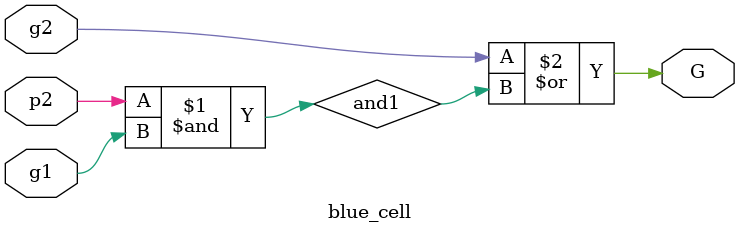
<source format=v>
module blue_cell(p2, g1, g2, G);
input  p2, g1, g2;
output G;

// put your design here
wire and1;

and(and1, p2, g1);
or(G, g2, and1);

endmodule
</source>
